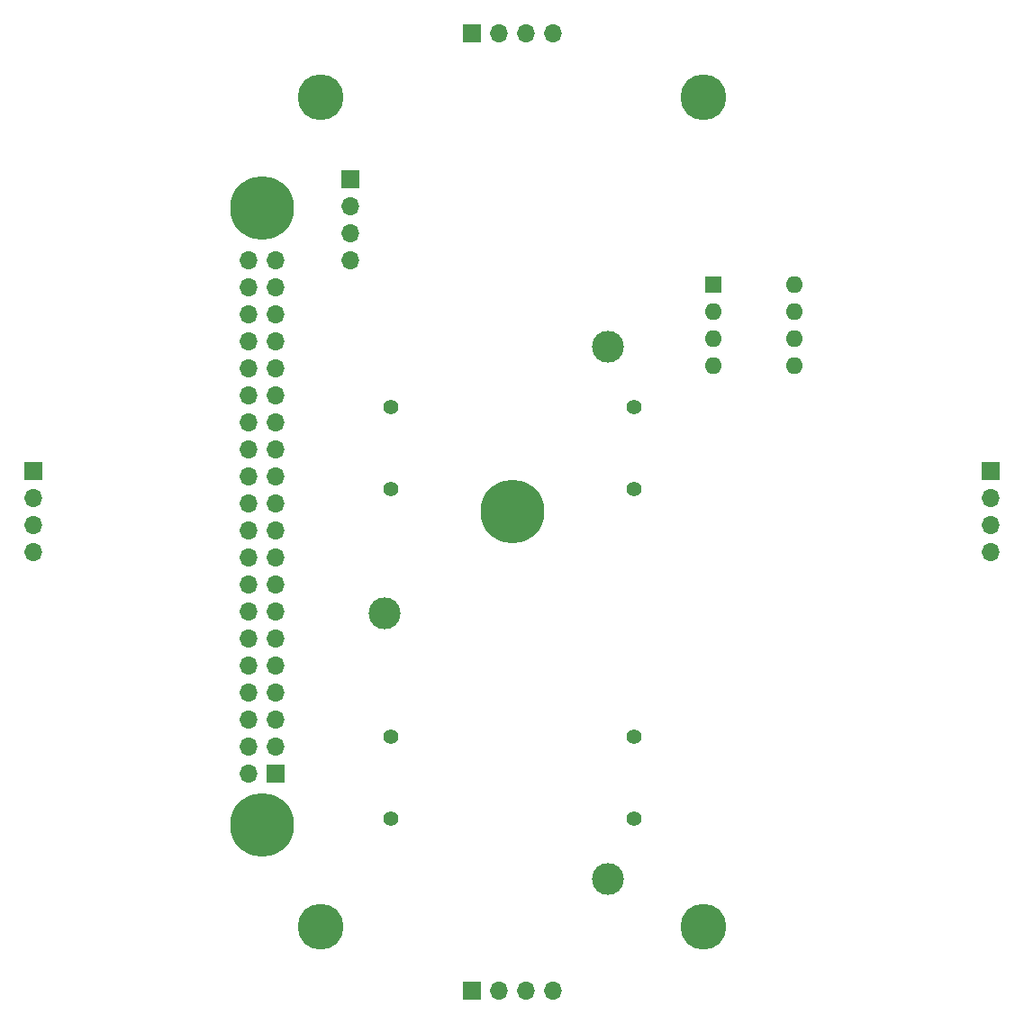
<source format=gbr>
%TF.GenerationSoftware,KiCad,Pcbnew,(5.1.9-0-10_14)*%
%TF.CreationDate,2021-04-10T08:51:35+02:00*%
%TF.ProjectId,clockclock,636c6f63-6b63-46c6-9f63-6b2e6b696361,rev?*%
%TF.SameCoordinates,Original*%
%TF.FileFunction,Soldermask,Bot*%
%TF.FilePolarity,Negative*%
%FSLAX46Y46*%
G04 Gerber Fmt 4.6, Leading zero omitted, Abs format (unit mm)*
G04 Created by KiCad (PCBNEW (5.1.9-0-10_14)) date 2021-04-10 08:51:35*
%MOMM*%
%LPD*%
G01*
G04 APERTURE LIST*
%ADD10C,6.000000*%
%ADD11O,1.700000X1.700000*%
%ADD12R,1.700000X1.700000*%
%ADD13C,1.400000*%
%ADD14C,3.000000*%
%ADD15C,4.300000*%
%ADD16O,1.600000X1.600000*%
%ADD17R,1.600000X1.600000*%
G04 APERTURE END LIST*
D10*
%TO.C,J2*%
X-23495000Y28536000D03*
X-23495000Y-29464000D03*
D11*
X-24765000Y23666000D03*
X-22225000Y23666000D03*
X-24765000Y5886000D03*
X-22225000Y5886000D03*
X-24765000Y806000D03*
X-22225000Y806000D03*
X-24765000Y10966000D03*
X-22225000Y10966000D03*
X-24765000Y-16974000D03*
X-22225000Y-16974000D03*
X-24765000Y13506000D03*
X-22225000Y13506000D03*
X-24765000Y-4274000D03*
X-22225000Y-4274000D03*
X-24765000Y18586000D03*
X-22225000Y18586000D03*
X-24765000Y16046000D03*
X-22225000Y16046000D03*
X-24765000Y21126000D03*
X-22225000Y21126000D03*
X-24765000Y-1734000D03*
X-22225000Y-1734000D03*
X-24765000Y-14434000D03*
X-22225000Y-14434000D03*
X-24765000Y-9354000D03*
X-22225000Y-9354000D03*
X-24765000Y8426000D03*
X-22225000Y8426000D03*
X-24765000Y-11894000D03*
X-22225000Y-11894000D03*
X-24765000Y3346000D03*
X-22225000Y3346000D03*
D12*
X-22225000Y-24594000D03*
D11*
X-24765000Y-24594000D03*
X-22225000Y-19514000D03*
X-24765000Y-22054000D03*
X-24765000Y-6814000D03*
X-22225000Y-6814000D03*
X-22225000Y-22054000D03*
X-24765000Y-19514000D03*
%TD*%
D13*
%TO.C,M1*%
X-11430000Y9880000D03*
X-11430000Y2120000D03*
X-11430000Y-21120000D03*
X-11430000Y-28880000D03*
X11430000Y-28880000D03*
X11430000Y-21120000D03*
X11430000Y2120000D03*
X11430000Y9880000D03*
D14*
X9000000Y15500000D03*
X9000000Y-34500000D03*
X-12000000Y-9500000D03*
D10*
X0Y0D03*
%TD*%
D11*
%TO.C,J1*%
X45000000Y-3810000D03*
X45000000Y-1270000D03*
X45000000Y1270000D03*
D12*
X45000000Y3810000D03*
%TD*%
D11*
%TO.C,J3*%
X3810000Y45000000D03*
X1270000Y45000000D03*
X-1270000Y45000000D03*
D12*
X-3810000Y45000000D03*
%TD*%
D11*
%TO.C,J4*%
X3810000Y-45000000D03*
X1270000Y-45000000D03*
X-1270000Y-45000000D03*
D12*
X-3810000Y-45000000D03*
%TD*%
D11*
%TO.C,J5*%
X-45000000Y-3810000D03*
X-45000000Y-1270000D03*
X-45000000Y1270000D03*
D12*
X-45000000Y3810000D03*
%TD*%
D11*
%TO.C,J6*%
X-15240000Y23622000D03*
X-15240000Y26162000D03*
X-15240000Y28702000D03*
D12*
X-15240000Y31242000D03*
%TD*%
D15*
%TO.C,H1*%
X-18000000Y39000000D03*
%TD*%
%TO.C,H2*%
X18000000Y39000000D03*
%TD*%
%TO.C,H3*%
X-18000000Y-39000000D03*
%TD*%
%TO.C,H4*%
X18000000Y-39000000D03*
%TD*%
D16*
%TO.C,SW1*%
X26543000Y21336000D03*
X18923000Y13716000D03*
X26543000Y18796000D03*
X18923000Y16256000D03*
X26543000Y16256000D03*
X18923000Y18796000D03*
X26543000Y13716000D03*
D17*
X18923000Y21336000D03*
%TD*%
M02*

</source>
